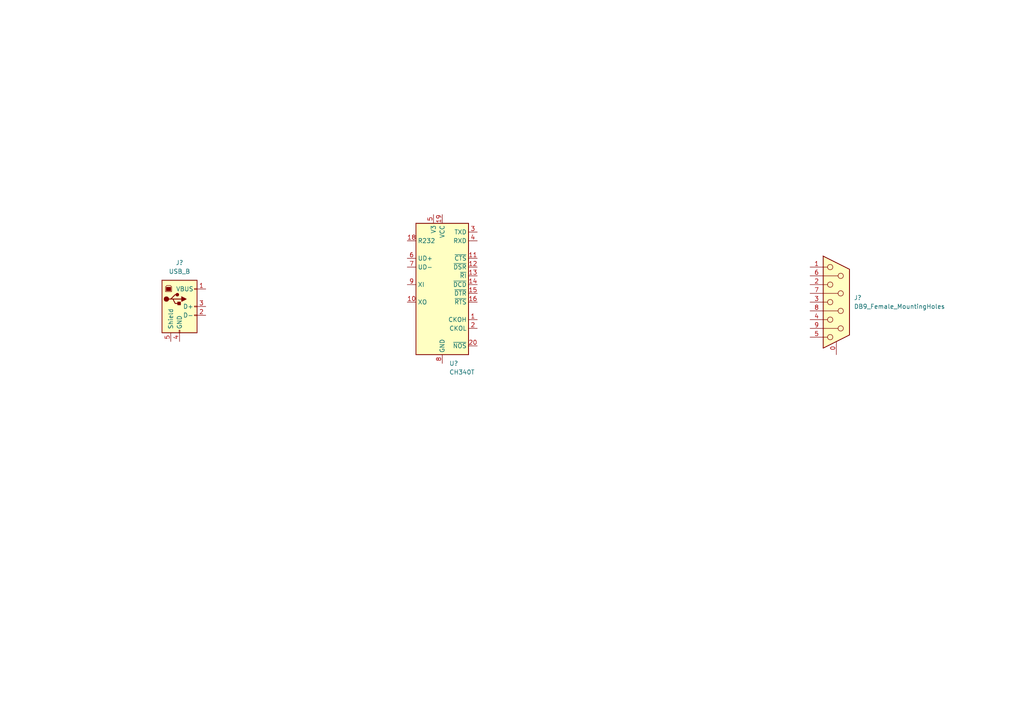
<source format=kicad_sch>
(kicad_sch (version 20211123) (generator eeschema)
  (paper "A4")
  (lib_symbols
    (symbol "Connector:DB9_Female_MountingHoles" (pin_names (offset 1.016) hide)
      (property "Reference" "J" (at 0 16.51 0))
      (property "Value" "DB9_Female_MountingHoles" (at 0 14.605 0))
      (symbol "DB9_Female_MountingHoles_0_1"
        (circle (center -1.778 -10.16) (radius 0.762))
        (circle (center -1.778 -5.08) (radius 0.762))
        (circle (center -1.778 0) (radius 0.762))
        (circle (center -1.778 5.08) (radius 0.762))
        (circle (center -1.778 10.16) (radius 0.762))
        (polyline (pts (xy -3.81 -10.16) (xy -2.54 -10.16)))
        (polyline (pts (xy -3.81 -7.62) (xy 0.508 -7.62)))
        (polyline (pts (xy -3.81 -5.08) (xy -2.54 -5.08)))
        (polyline (pts (xy -3.81 -2.54) (xy 0.508 -2.54)))
        (polyline (pts (xy -3.81 0) (xy -2.54 0)))
        (polyline (pts (xy -3.81 2.54) (xy 0.508 2.54)))
        (polyline (pts (xy -3.81 5.08) (xy -2.54 5.08)))
        (polyline (pts (xy -3.81 7.62) (xy 0.508 7.62)))
        (polyline (pts (xy -3.81 10.16) (xy -2.54 10.16)))
        (polyline (pts (xy -3.81 13.335) (xy -3.81 -13.335) (xy 3.81 -9.525) (xy 3.81 9.525) (xy -3.81 13.335)) (stroke (width 0.254)) (fill (type background)))
        (circle (center 1.27 -7.62) (radius 0.762))
        (circle (center 1.27 -2.54) (radius 0.762))
        (circle (center 1.27 2.54) (radius 0.762))
        (circle (center 1.27 7.62) (radius 0.762))
      )
      (symbol "DB9_Female_MountingHoles_1_1"
        (pin passive line (at 0 -15.24 90) (length 3.81) (name "PAD") (number "0"))
        (pin passive line (at -7.62 10.16 0) (length 3.81) (name "1") (number "1"))
        (pin passive line (at -7.62 5.08 0) (length 3.81) (name "2") (number "2"))
        (pin passive line (at -7.62 0 0) (length 3.81) (name "3") (number "3"))
        (pin passive line (at -7.62 -5.08 0) (length 3.81) (name "4") (number "4"))
        (pin passive line (at -7.62 -10.16 0) (length 3.81) (name "5") (number "5"))
        (pin passive line (at -7.62 7.62 0) (length 3.81) (name "6") (number "6"))
        (pin passive line (at -7.62 2.54 0) (length 3.81) (name "7") (number "7"))
        (pin passive line (at -7.62 -2.54 0) (length 3.81) (name "8") (number "8"))
        (pin passive line (at -7.62 -7.62 0) (length 3.81) (name "9") (number "9"))
      )
    )
    (symbol "Connector:USB_B" (pin_names (offset 1.016))
      (property "Reference" "J" (at -5.08 11.43 0))
      (property "Value" "USB_B" (at -5.08 8.89 0))
      (symbol "USB_B_0_1"
        (rectangle (start -5.08 -7.62) (end 5.08 7.62) (stroke (width 0.254)) (fill (type background)))
        (circle (center -3.81 2.159) (radius 0.635) (stroke (width 0.254)) (fill (type outline)))
        (rectangle (start -3.81 5.588) (end -2.54 4.572) (fill (type outline)))
        (circle (center -0.635 3.429) (radius 0.381) (stroke (width 0.254)) (fill (type outline)))
        (rectangle (start -0.127 -7.62) (end 0.127 -6.858))
        (polyline (pts (xy -1.905 2.159) (xy 0.635 2.159)) (stroke (width 0.254)))
        (polyline (pts (xy -3.175 2.159) (xy -2.54 2.159) (xy -1.27 3.429) (xy -0.635 3.429)) (stroke (width 0.254)))
        (polyline (pts (xy -2.54 2.159) (xy -1.905 2.159) (xy -1.27 0.889) (xy 0 0.889)) (stroke (width 0.254)))
        (polyline (pts (xy 0.635 2.794) (xy 0.635 1.524) (xy 1.905 2.159) (xy 0.635 2.794)) (stroke (width 0.254)) (fill (type outline)))
        (polyline (pts (xy -4.064 4.318) (xy -2.286 4.318) (xy -2.286 5.715) (xy -2.667 6.096) (xy -3.683 6.096) (xy -4.064 5.715) (xy -4.064 4.318)))
        (rectangle (start 0.254 1.27) (end -0.508 0.508) (stroke (width 0.254)) (fill (type outline)))
        (rectangle (start 5.08 -2.667) (end 4.318 -2.413))
        (rectangle (start 5.08 -0.127) (end 4.318 0.127))
        (rectangle (start 5.08 4.953) (end 4.318 5.207))
      )
      (symbol "USB_B_1_1"
        (pin power_out line (at 7.62 5.08 180) (length 2.54) (name "VBUS") (number "1"))
        (pin bidirectional line (at 7.62 -2.54 180) (length 2.54) (name "D-") (number "2"))
        (pin bidirectional line (at 7.62 0 180) (length 2.54) (name "D+") (number "3"))
        (pin power_out line (at 0 -10.16 90) (length 2.54) (name "GND") (number "4"))
        (pin passive line (at -2.54 -10.16 90) (length 2.54) (name "Shield") (number "5"))
      )
    )
    (symbol "Interface_USB:CH340T"
      (property "Reference" "U" (at -7.62 22.86 0))
      (property "Value" "CH340T" (at 7.62 22.86 0))
      (symbol "CH340T_1_1"
        (rectangle (start -7.62 20.32) (end 7.62 -17.78) (stroke (width 0.254)) (fill (type background)))
        (pin output line (at 10.16 -7.62 180) (length 2.54) (name "CKOH") (number "1"))
        (pin output line (at -10.16 -2.54 0) (length 2.54) (name "XO") (number "10"))
        (pin input line (at 10.16 10.16 180) (length 2.54) (name "~{CTS}") (number "11"))
        (pin input line (at 10.16 7.62 180) (length 2.54) (name "~{DSR}") (number "12"))
        (pin input line (at 10.16 5.08 180) (length 2.54) (name "~{RI}") (number "13"))
        (pin input line (at 10.16 2.54 180) (length 2.54) (name "~{DCD}") (number "14"))
        (pin output line (at 10.16 0 180) (length 2.54) (name "~{DTR}") (number "15"))
        (pin output line (at 10.16 -2.54 180) (length 2.54) (name "~{RTS}") (number "16"))
        (pin no_connect line (at -7.62 -7.62 0) (length 2.54) hide (name "NC") (number "17"))
        (pin input line (at -10.16 15.24 0) (length 2.54) (name "R232") (number "18"))
        (pin power_in line (at 0 22.86 270) (length 2.54) (name "VCC") (number "19"))
        (pin output line (at 10.16 -10.16 180) (length 2.54) (name "CKOL") (number "2"))
        (pin input line (at 10.16 -15.24 180) (length 2.54) (name "~{NOS}") (number "20"))
        (pin output line (at 10.16 17.78 180) (length 2.54) (name "TXD") (number "3"))
        (pin input line (at 10.16 15.24 180) (length 2.54) (name "RXD") (number "4"))
        (pin passive line (at -2.54 22.86 270) (length 2.54) (name "V3") (number "5"))
        (pin bidirectional line (at -10.16 10.16 0) (length 2.54) (name "UD+") (number "6"))
        (pin bidirectional line (at -10.16 7.62 0) (length 2.54) (name "UD-") (number "7"))
        (pin power_in line (at 0 -20.32 90) (length 2.54) (name "GND") (number "8"))
        (pin input line (at -10.16 2.54 0) (length 2.54) (name "XI") (number "9"))
      )
    )
  )
  (symbol (lib_id "Connector:DB9_Female_MountingHoles") (at 242.57 87.63 0) (unit 1)
    (property "Reference" "J?" (at 247.65 86.3599 0) (effects (justify left)))
    (property "Value" "DB9_Female_MountingHoles" (at 247.65 88.8999 0) (effects (justify left)))
    (property "Datasheet" " ~" (effects hide))
  )
  (symbol (lib_id "Connector:USB_B") (at 52.07 88.9 0) (unit 1)
    (property "Reference" "J?" (at 52.07 76.2 0))
    (property "Value" "USB_B" (at 52.07 78.74 0))
    (property "Datasheet" " ~" (effects hide))
  )
  (symbol (lib_id "Interface_USB:CH340T") (at 128.27 85.09 0) (unit 1)
    (property "Reference" "U?" (at 130.2894 105.41 0) (effects (justify left)))
    (property "Value" "CH340T" (at 130.2894 107.95 0) (effects (justify left)))
    (property "Footprint" "Package_SO:SSOP-20_5.3x7.2mm_P0.65mm" (effects hide))
    (property "Datasheet" "https://cdn.sparkfun.com/datasheets/Dev/Arduino/Other/CH340DS1.PDF" (effects hide))
  )
)
</source>
